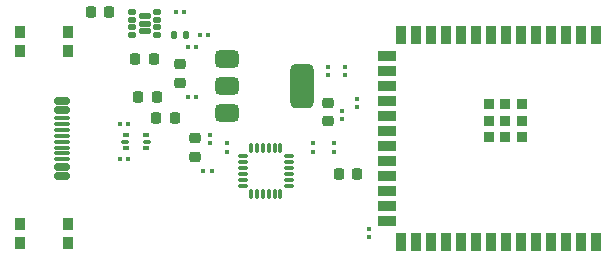
<source format=gtp>
%TF.GenerationSoftware,KiCad,Pcbnew,9.0.2*%
%TF.CreationDate,2025-06-05T12:53:21-05:00*%
%TF.ProjectId,testing2,74657374-696e-4673-922e-6b696361645f,rev?*%
%TF.SameCoordinates,Original*%
%TF.FileFunction,Paste,Top*%
%TF.FilePolarity,Positive*%
%FSLAX46Y46*%
G04 Gerber Fmt 4.6, Leading zero omitted, Abs format (unit mm)*
G04 Created by KiCad (PCBNEW 9.0.2) date 2025-06-05 12:53:21*
%MOMM*%
%LPD*%
G01*
G04 APERTURE LIST*
G04 Aperture macros list*
%AMRoundRect*
0 Rectangle with rounded corners*
0 $1 Rounding radius*
0 $2 $3 $4 $5 $6 $7 $8 $9 X,Y pos of 4 corners*
0 Add a 4 corners polygon primitive as box body*
4,1,4,$2,$3,$4,$5,$6,$7,$8,$9,$2,$3,0*
0 Add four circle primitives for the rounded corners*
1,1,$1+$1,$2,$3*
1,1,$1+$1,$4,$5*
1,1,$1+$1,$6,$7*
1,1,$1+$1,$8,$9*
0 Add four rect primitives between the rounded corners*
20,1,$1+$1,$2,$3,$4,$5,0*
20,1,$1+$1,$4,$5,$6,$7,0*
20,1,$1+$1,$6,$7,$8,$9,0*
20,1,$1+$1,$8,$9,$2,$3,0*%
G04 Aperture macros list end*
%ADD10RoundRect,0.135000X-0.135000X-0.185000X0.135000X-0.185000X0.135000X0.185000X-0.135000X0.185000X0*%
%ADD11RoundRect,0.218750X0.256250X-0.218750X0.256250X0.218750X-0.256250X0.218750X-0.256250X-0.218750X0*%
%ADD12RoundRect,0.137500X-0.337500X-0.137500X0.337500X-0.137500X0.337500X0.137500X-0.337500X0.137500X0*%
%ADD13RoundRect,0.125000X-0.187500X-0.125000X0.187500X-0.125000X0.187500X0.125000X-0.187500X0.125000X0*%
%ADD14RoundRect,0.225000X0.225000X0.250000X-0.225000X0.250000X-0.225000X-0.250000X0.225000X-0.250000X0*%
%ADD15RoundRect,0.079500X-0.100500X0.079500X-0.100500X-0.079500X0.100500X-0.079500X0.100500X0.079500X0*%
%ADD16R,0.900000X1.000000*%
%ADD17RoundRect,0.225000X-0.250000X0.225000X-0.250000X-0.225000X0.250000X-0.225000X0.250000X0.225000X0*%
%ADD18RoundRect,0.079500X0.100500X-0.079500X0.100500X0.079500X-0.100500X0.079500X-0.100500X-0.079500X0*%
%ADD19RoundRect,0.079500X0.079500X0.100500X-0.079500X0.100500X-0.079500X-0.100500X0.079500X-0.100500X0*%
%ADD20R,0.900000X0.900000*%
%ADD21R,0.900000X1.500000*%
%ADD22R,1.500000X0.900000*%
%ADD23RoundRect,0.079500X-0.079500X-0.100500X0.079500X-0.100500X0.079500X0.100500X-0.079500X0.100500X0*%
%ADD24RoundRect,0.093750X-0.156250X-0.093750X0.156250X-0.093750X0.156250X0.093750X-0.156250X0.093750X0*%
%ADD25RoundRect,0.075000X-0.250000X-0.075000X0.250000X-0.075000X0.250000X0.075000X-0.250000X0.075000X0*%
%ADD26RoundRect,0.375000X-0.625000X-0.375000X0.625000X-0.375000X0.625000X0.375000X-0.625000X0.375000X0*%
%ADD27RoundRect,0.500000X-0.500000X-1.400000X0.500000X-1.400000X0.500000X1.400000X-0.500000X1.400000X0*%
%ADD28RoundRect,0.150000X-0.500000X0.150000X-0.500000X-0.150000X0.500000X-0.150000X0.500000X0.150000X0*%
%ADD29RoundRect,0.075000X-0.575000X0.075000X-0.575000X-0.075000X0.575000X-0.075000X0.575000X0.075000X0*%
%ADD30RoundRect,0.075000X-0.075000X0.350000X-0.075000X-0.350000X0.075000X-0.350000X0.075000X0.350000X0*%
%ADD31RoundRect,0.075000X-0.350000X-0.075000X0.350000X-0.075000X0.350000X0.075000X-0.350000X0.075000X0*%
%ADD32RoundRect,0.225000X-0.225000X-0.250000X0.225000X-0.250000X0.225000X0.250000X-0.225000X0.250000X0*%
%ADD33RoundRect,0.218750X0.218750X0.256250X-0.218750X0.256250X-0.218750X-0.256250X0.218750X-0.256250X0*%
%ADD34RoundRect,0.218750X-0.218750X-0.256250X0.218750X-0.256250X0.218750X0.256250X-0.218750X0.256250X0*%
G04 APERTURE END LIST*
D10*
%TO.C,R10*%
X101740000Y-113500000D03*
X102760000Y-113500000D03*
%TD*%
D11*
%TO.C,D3*%
X102250000Y-117500000D03*
X102250000Y-115925000D03*
%TD*%
D12*
%TO.C,U2*%
X99250000Y-111870000D03*
X99250000Y-112500000D03*
X99250000Y-113130000D03*
D13*
X98187500Y-111525000D03*
X98187500Y-112175000D03*
X98187500Y-112825000D03*
X98187500Y-113475000D03*
X100312500Y-113475000D03*
X100312500Y-112825000D03*
X100312500Y-112175000D03*
X100312500Y-111525000D03*
%TD*%
D14*
%TO.C,C12*%
X100025000Y-115500000D03*
X98475000Y-115500000D03*
%TD*%
D15*
%TO.C,C5*%
X117250000Y-118905000D03*
X117250000Y-119595000D03*
%TD*%
D16*
%TO.C,SW1*%
X88700000Y-113200000D03*
X92800000Y-113200000D03*
X88700000Y-114800000D03*
X92800000Y-114800000D03*
%TD*%
D17*
%TO.C,C1*%
X103500000Y-122225000D03*
X103500000Y-123775000D03*
%TD*%
D14*
%TO.C,C8*%
X96275000Y-111500000D03*
X94725000Y-111500000D03*
%TD*%
D18*
%TO.C,R4*%
X116250000Y-116845000D03*
X116250000Y-116155000D03*
%TD*%
D17*
%TO.C,C4*%
X114750000Y-119225000D03*
X114750000Y-120775000D03*
%TD*%
D19*
%TO.C,R3*%
X103595000Y-118750000D03*
X102905000Y-118750000D03*
%TD*%
D15*
%TO.C,C2*%
X104750000Y-121905000D03*
X104750000Y-122595000D03*
%TD*%
D20*
%TO.C,U1*%
X131180000Y-119350000D03*
X129780000Y-119350000D03*
X128380000Y-119350000D03*
X131180000Y-120750000D03*
X129780000Y-120750000D03*
X128380000Y-120750000D03*
X131180000Y-122150000D03*
X129780000Y-122150000D03*
X128380000Y-122150000D03*
D21*
X137500000Y-113500000D03*
X136230000Y-113500000D03*
X134960000Y-113500000D03*
X133690000Y-113500000D03*
X132420000Y-113500000D03*
X131150000Y-113500000D03*
X129880000Y-113500000D03*
X128610000Y-113500000D03*
X127340000Y-113500000D03*
X126070000Y-113500000D03*
X124800000Y-113500000D03*
X123530000Y-113500000D03*
X122260000Y-113500000D03*
X120990000Y-113500000D03*
D22*
X119740000Y-115265000D03*
X119740000Y-116535000D03*
X119740000Y-117805000D03*
X119740000Y-119075000D03*
X119740000Y-120345000D03*
X119740000Y-121615000D03*
X119740000Y-122885000D03*
X119740000Y-124155000D03*
X119740000Y-125425000D03*
X119740000Y-126695000D03*
X119740000Y-127965000D03*
X119740000Y-129235000D03*
D21*
X120990000Y-131000000D03*
X122260000Y-131000000D03*
X123530000Y-131000000D03*
X124800000Y-131000000D03*
X126070000Y-131000000D03*
X127340000Y-131000000D03*
X128610000Y-131000000D03*
X129880000Y-131000000D03*
X131150000Y-131000000D03*
X132420000Y-131000000D03*
X133690000Y-131000000D03*
X134960000Y-131000000D03*
X136230000Y-131000000D03*
X137500000Y-131000000D03*
%TD*%
D18*
%TO.C,C10*%
X106250000Y-123345000D03*
X106250000Y-122655000D03*
%TD*%
D15*
%TO.C,R7*%
X113500000Y-122655000D03*
X113500000Y-123345000D03*
%TD*%
D23*
%TO.C,R6*%
X103905000Y-113500000D03*
X104595000Y-113500000D03*
%TD*%
%TO.C,R1*%
X97155000Y-124000000D03*
X97845000Y-124000000D03*
%TD*%
D24*
%TO.C,U3*%
X97650000Y-121962500D03*
D25*
X97575000Y-122500000D03*
D24*
X97650000Y-123037500D03*
X99350000Y-123037500D03*
D25*
X99425000Y-122500000D03*
D24*
X99350000Y-121962500D03*
%TD*%
D23*
%TO.C,R2*%
X97155000Y-121000000D03*
X97845000Y-121000000D03*
%TD*%
D26*
%TO.C,U5*%
X106250000Y-115500000D03*
X106250000Y-117800000D03*
D27*
X112550000Y-117800000D03*
D26*
X106250000Y-120100000D03*
%TD*%
D28*
%TO.C,J1*%
X92245000Y-119050000D03*
X92245000Y-119850000D03*
D29*
X92245000Y-121000000D03*
X92245000Y-122000000D03*
X92245000Y-122500000D03*
X92245000Y-123500000D03*
D28*
X92245000Y-124650000D03*
X92245000Y-125450000D03*
X92245000Y-125450000D03*
X92245000Y-124650000D03*
D29*
X92245000Y-124000000D03*
X92245000Y-123000000D03*
X92245000Y-121500000D03*
X92245000Y-120500000D03*
D28*
X92245000Y-119850000D03*
X92245000Y-119050000D03*
%TD*%
D30*
%TO.C,U4*%
X110750000Y-123050000D03*
X110250000Y-123050000D03*
X109750000Y-123050000D03*
X109250000Y-123050000D03*
X108750000Y-123050000D03*
X108250000Y-123050000D03*
D31*
X107550000Y-123750000D03*
X107550000Y-124250000D03*
X107550000Y-124750000D03*
X107550000Y-125250000D03*
X107550000Y-125750000D03*
X107550000Y-126250000D03*
D30*
X108250000Y-126950000D03*
X108750000Y-126950000D03*
X109250000Y-126950000D03*
X109750000Y-126950000D03*
X110250000Y-126950000D03*
X110750000Y-126950000D03*
D31*
X111450000Y-126250000D03*
X111450000Y-125750000D03*
X111450000Y-125250000D03*
X111450000Y-124750000D03*
X111450000Y-124250000D03*
X111450000Y-123750000D03*
%TD*%
D16*
%TO.C,SW3*%
X88700000Y-129450000D03*
X92800000Y-129450000D03*
X88700000Y-131050000D03*
X92800000Y-131050000D03*
%TD*%
D15*
%TO.C,C3*%
X116000000Y-119905000D03*
X116000000Y-120595000D03*
%TD*%
D32*
%TO.C,C6*%
X115725000Y-125250000D03*
X117275000Y-125250000D03*
%TD*%
D15*
%TO.C,R5*%
X118250000Y-129905000D03*
X118250000Y-130595000D03*
%TD*%
D33*
%TO.C,D2*%
X101787500Y-120500000D03*
X100212500Y-120500000D03*
%TD*%
D19*
%TO.C,C11*%
X104915000Y-125000000D03*
X104225000Y-125000000D03*
%TD*%
D23*
%TO.C,C9*%
X101905000Y-111500000D03*
X102595000Y-111500000D03*
%TD*%
D34*
%TO.C,D1*%
X98712500Y-118750000D03*
X100287500Y-118750000D03*
%TD*%
D23*
%TO.C,R9*%
X102905000Y-114500000D03*
X103595000Y-114500000D03*
%TD*%
D15*
%TO.C,R8*%
X115250000Y-122655000D03*
X115250000Y-123345000D03*
%TD*%
%TO.C,C7*%
X114750000Y-116155000D03*
X114750000Y-116845000D03*
%TD*%
M02*

</source>
